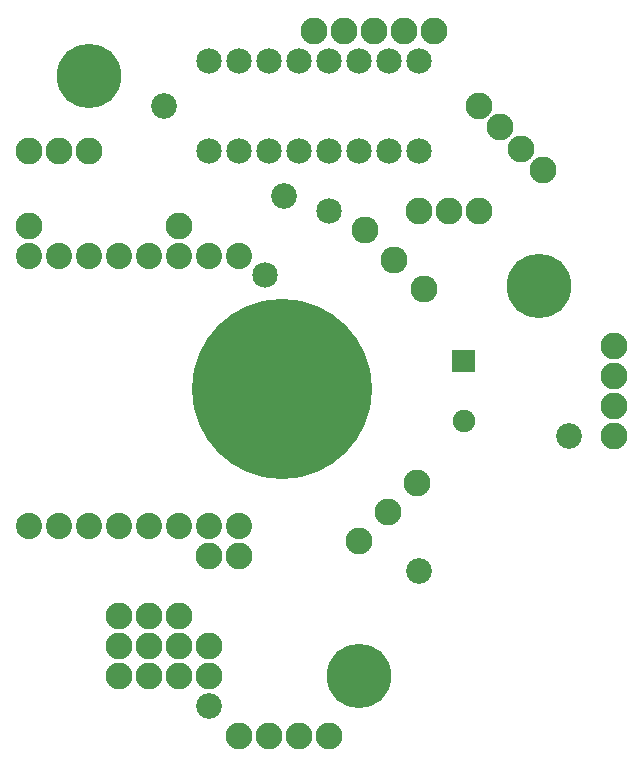
<source format=gts>
G04 MADE WITH FRITZING*
G04 WWW.FRITZING.ORG*
G04 DOUBLE SIDED*
G04 HOLES PLATED*
G04 CONTOUR ON CENTER OF CONTOUR VECTOR*
%ASAXBY*%
%FSLAX23Y23*%
%MOIN*%
%OFA0B0*%
%SFA1.0B1.0*%
%ADD10C,0.214725*%
%ADD11C,0.085433*%
%ADD12C,0.600552*%
%ADD13C,0.087778*%
%ADD14C,0.089370*%
%ADD15C,0.090000*%
%ADD16C,0.084803*%
%ADD17C,0.085000*%
%ADD18C,0.075000*%
%ADD19C,0.030000*%
%ADD20R,0.001000X0.001000*%
%LNMASK1*%
G90*
G70*
G54D10*
X1607Y400D03*
X2207Y1700D03*
X707Y2400D03*
G54D11*
X1807Y750D03*
X2307Y1200D03*
X1107Y300D03*
G54D12*
X1351Y1358D03*
G54D11*
X1357Y2000D03*
X957Y2300D03*
G54D13*
X1207Y1800D03*
X1107Y1800D03*
X1007Y1800D03*
X907Y1800D03*
X807Y1800D03*
X707Y1800D03*
X607Y1800D03*
X507Y1800D03*
X507Y900D03*
X607Y900D03*
X707Y900D03*
X807Y900D03*
X907Y900D03*
X1007Y900D03*
X1107Y900D03*
X1207Y900D03*
G54D14*
X1607Y850D03*
X1705Y948D03*
X1802Y1045D03*
G54D15*
X1824Y1691D03*
X1726Y1788D03*
X1629Y1886D03*
G54D14*
X1857Y2550D03*
X1757Y2550D03*
X1657Y2550D03*
X1557Y2550D03*
X1457Y2550D03*
X1007Y600D03*
X907Y600D03*
X1507Y200D03*
X1407Y200D03*
X1307Y200D03*
X1207Y200D03*
X2457Y1500D03*
X2457Y1400D03*
X2457Y1300D03*
X2457Y1200D03*
X2007Y2300D03*
X2078Y2230D03*
X2149Y2159D03*
X2220Y2088D03*
X1107Y400D03*
X1007Y400D03*
X907Y400D03*
X807Y400D03*
X2007Y1950D03*
X1907Y1950D03*
X1807Y1950D03*
X507Y2150D03*
X607Y2150D03*
X707Y2150D03*
X507Y1900D03*
X807Y500D03*
X907Y500D03*
X1007Y500D03*
X1107Y500D03*
X1007Y1900D03*
X807Y600D03*
X1207Y800D03*
X1107Y800D03*
G54D16*
X1807Y2450D03*
X1707Y2450D03*
X1107Y2450D03*
X1207Y2450D03*
X1307Y2450D03*
X1407Y2450D03*
X1507Y2450D03*
X1607Y2450D03*
X1807Y2150D03*
X1707Y2150D03*
X1107Y2150D03*
X1207Y2150D03*
X1307Y2150D03*
X1407Y2150D03*
X1507Y2150D03*
X1607Y2150D03*
G54D17*
X1507Y1950D03*
X1295Y1738D03*
G54D18*
X1957Y1250D03*
X1957Y1450D03*
X1957Y1250D03*
X1957Y1450D03*
G54D19*
G36*
X1565Y850D02*
X1607Y892D01*
X1649Y850D01*
X1607Y808D01*
X1565Y850D01*
G37*
D02*
G36*
X1824Y1648D02*
X1781Y1691D01*
X1824Y1733D01*
X1866Y1691D01*
X1824Y1648D01*
G37*
D02*
G54D20*
X1919Y1488D02*
X1993Y1488D01*
X1919Y1487D02*
X1993Y1487D01*
X1919Y1486D02*
X1993Y1486D01*
X1919Y1485D02*
X1993Y1485D01*
X1919Y1484D02*
X1993Y1484D01*
X1919Y1483D02*
X1993Y1483D01*
X1919Y1482D02*
X1993Y1482D01*
X1919Y1481D02*
X1993Y1481D01*
X1919Y1480D02*
X1993Y1480D01*
X1919Y1479D02*
X1993Y1479D01*
X1919Y1478D02*
X1993Y1478D01*
X1919Y1477D02*
X1993Y1477D01*
X1919Y1476D02*
X1993Y1476D01*
X1919Y1475D02*
X1993Y1475D01*
X1919Y1474D02*
X1993Y1474D01*
X1919Y1473D02*
X1993Y1473D01*
X1919Y1472D02*
X1993Y1472D01*
X1919Y1471D02*
X1993Y1471D01*
X1919Y1470D02*
X1993Y1470D01*
X1919Y1469D02*
X1993Y1469D01*
X1919Y1468D02*
X1993Y1468D01*
X1919Y1467D02*
X1993Y1467D01*
X1919Y1466D02*
X1993Y1466D01*
X1919Y1465D02*
X1993Y1465D01*
X1919Y1464D02*
X1993Y1464D01*
X1919Y1463D02*
X1993Y1463D01*
X1919Y1462D02*
X1993Y1462D01*
X1919Y1461D02*
X1993Y1461D01*
X1919Y1460D02*
X1993Y1460D01*
X1919Y1459D02*
X1952Y1459D01*
X1961Y1459D02*
X1993Y1459D01*
X1919Y1458D02*
X1950Y1458D01*
X1962Y1458D02*
X1993Y1458D01*
X1919Y1457D02*
X1949Y1457D01*
X1963Y1457D02*
X1993Y1457D01*
X1919Y1456D02*
X1948Y1456D01*
X1964Y1456D02*
X1993Y1456D01*
X1919Y1455D02*
X1948Y1455D01*
X1965Y1455D02*
X1993Y1455D01*
X1919Y1454D02*
X1947Y1454D01*
X1965Y1454D02*
X1993Y1454D01*
X1919Y1453D02*
X1947Y1453D01*
X1965Y1453D02*
X1993Y1453D01*
X1919Y1452D02*
X1947Y1452D01*
X1965Y1452D02*
X1993Y1452D01*
X1919Y1451D02*
X1947Y1451D01*
X1966Y1451D02*
X1993Y1451D01*
X1919Y1450D02*
X1947Y1450D01*
X1965Y1450D02*
X1993Y1450D01*
X1919Y1449D02*
X1947Y1449D01*
X1965Y1449D02*
X1993Y1449D01*
X1919Y1448D02*
X1948Y1448D01*
X1965Y1448D02*
X1993Y1448D01*
X1919Y1447D02*
X1948Y1447D01*
X1965Y1447D02*
X1993Y1447D01*
X1919Y1446D02*
X1949Y1446D01*
X1964Y1446D02*
X1993Y1446D01*
X1919Y1445D02*
X1950Y1445D01*
X1963Y1445D02*
X1993Y1445D01*
X1919Y1444D02*
X1951Y1444D01*
X1962Y1444D02*
X1993Y1444D01*
X1919Y1443D02*
X1953Y1443D01*
X1960Y1443D02*
X1993Y1443D01*
X1919Y1442D02*
X1993Y1442D01*
X1919Y1441D02*
X1993Y1441D01*
X1919Y1440D02*
X1993Y1440D01*
X1919Y1439D02*
X1993Y1439D01*
X1919Y1438D02*
X1993Y1438D01*
X1919Y1437D02*
X1993Y1437D01*
X1919Y1436D02*
X1993Y1436D01*
X1919Y1435D02*
X1993Y1435D01*
X1919Y1434D02*
X1993Y1434D01*
X1919Y1433D02*
X1993Y1433D01*
X1919Y1432D02*
X1993Y1432D01*
X1919Y1431D02*
X1993Y1431D01*
X1919Y1430D02*
X1993Y1430D01*
X1919Y1429D02*
X1993Y1429D01*
X1919Y1428D02*
X1993Y1428D01*
X1919Y1427D02*
X1993Y1427D01*
X1919Y1426D02*
X1993Y1426D01*
X1919Y1425D02*
X1993Y1425D01*
X1919Y1424D02*
X1993Y1424D01*
X1919Y1423D02*
X1993Y1423D01*
X1919Y1422D02*
X1993Y1422D01*
X1919Y1421D02*
X1993Y1421D01*
X1919Y1420D02*
X1993Y1420D01*
X1919Y1419D02*
X1993Y1419D01*
X1919Y1418D02*
X1993Y1418D01*
X1919Y1417D02*
X1993Y1417D01*
X1919Y1416D02*
X1993Y1416D01*
X1919Y1415D02*
X1993Y1415D01*
X1919Y1414D02*
X1993Y1414D01*
D02*
G04 End of Mask1*
M02*
</source>
